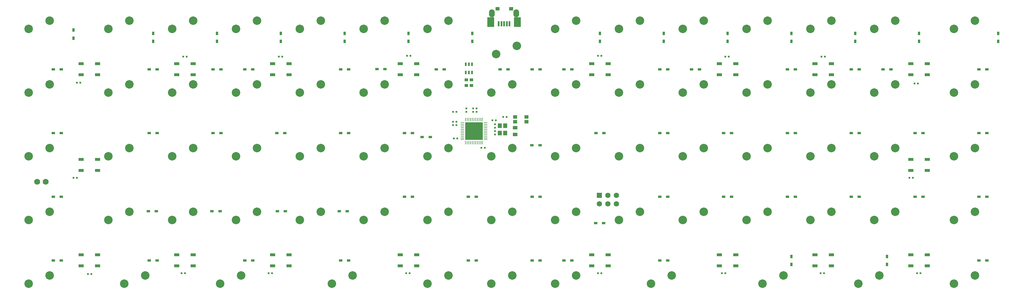
<source format=gbr>
%TF.GenerationSoftware,Altium Limited,Altium Designer,20.2.6 (244)*%
G04 Layer_Color=255*
%FSLAX45Y45*%
%MOMM*%
%TF.SameCoordinates,2270FEAA-A680-44EA-805D-832D39C03FB4*%
%TF.FilePolarity,Positive*%
%TF.FileFunction,Pads,Bot*%
%TF.Part,Single*%
G01*
G75*
%TA.AperFunction,ComponentPad*%
%ADD16R,1.60000X1.60000*%
%ADD17C,1.60000*%
%ADD18O,1.70000X2.40000*%
%ADD19C,2.54000*%
%ADD20C,1.77800*%
%TA.AperFunction,SMDPad,CuDef*%
%ADD23R,1.50000X0.90000*%
%ADD24R,0.60000X1.10000*%
%ADD25R,0.80000X1.00000*%
%ADD26R,1.00000X0.80000*%
%ADD27R,0.60000X0.60000*%
%ADD28R,0.60000X0.60000*%
%ADD29R,1.00000X0.90000*%
%ADD30R,0.50000X1.60000*%
%ADD31R,2.10000X2.90000*%
%ADD32R,1.30000X1.00000*%
%ADD33R,1.15000X1.40000*%
%ADD34R,1.40000X1.00000*%
%ADD35R,1.15000X1.05000*%
%ADD36R,5.30000X5.30000*%
%ADD37R,1.05000X0.25000*%
%ADD38R,0.25000X1.05000*%
D16*
X2846000Y-4723000D02*
D03*
D17*
Y-4977000D02*
D03*
X3100000Y-4723000D02*
D03*
Y-4977000D02*
D03*
X3354000Y-4723000D02*
D03*
Y-4977000D02*
D03*
D18*
X-365000Y720000D02*
D03*
X365000D02*
D03*
D19*
X-241889Y-502083D02*
D03*
X381000Y-254000D02*
D03*
X11049000Y254000D02*
D03*
X11671889Y502083D02*
D03*
Y-1402917D02*
D03*
X11049000Y-1651000D02*
D03*
X-14192250Y-3556000D02*
D03*
X-13569360Y-3307917D02*
D03*
X11049000Y-3556000D02*
D03*
X11671889Y-3307917D02*
D03*
X13430251Y-3556000D02*
D03*
X14053139Y-3307917D02*
D03*
X1524000Y-7366000D02*
D03*
X2146889Y-7117917D02*
D03*
X5004389D02*
D03*
X4381500Y-7366000D02*
D03*
X14053139Y-7117917D02*
D03*
X13430251Y-7366000D02*
D03*
X14053139Y-1402917D02*
D03*
X13430251Y-1651000D02*
D03*
X-5143500Y-7366000D02*
D03*
X-4520611Y-7117917D02*
D03*
X-11811000Y254000D02*
D03*
X-11188111Y502083D02*
D03*
X-9283111D02*
D03*
X-9906000Y254000D02*
D03*
X-8001000D02*
D03*
X-7378111Y502083D02*
D03*
X-5473111D02*
D03*
X-6096000Y254000D02*
D03*
X-4191000D02*
D03*
X-3568111Y502083D02*
D03*
X-1663111D02*
D03*
X-2286000Y254000D02*
D03*
X1524000D02*
D03*
X2146889Y502083D02*
D03*
X4051889D02*
D03*
X3429000Y254000D02*
D03*
X5334000D02*
D03*
X5956889Y502083D02*
D03*
X7861889D02*
D03*
X7239000Y254000D02*
D03*
X9144000D02*
D03*
X9766889Y502083D02*
D03*
X10572750Y-7366000D02*
D03*
X11195639Y-7117917D02*
D03*
X7715250Y-7366000D02*
D03*
X8338139Y-7117917D02*
D03*
X241889D02*
D03*
X-381000Y-7366000D02*
D03*
X-1663111Y-7117917D02*
D03*
X-2286000Y-7366000D02*
D03*
X-8477250D02*
D03*
X-7854361Y-7117917D02*
D03*
X-11334750Y-7366000D02*
D03*
X-10711861Y-7117917D02*
D03*
X-14192250Y-7366000D02*
D03*
X-13569360Y-7117917D02*
D03*
X-14192250Y-5461000D02*
D03*
X-13569360Y-5212917D02*
D03*
X-11188111D02*
D03*
X-11811000Y-5461000D02*
D03*
X-9283111Y-5212917D02*
D03*
X-9906000Y-5461000D02*
D03*
X-7378111Y-5212917D02*
D03*
X-8001000Y-5461000D02*
D03*
X-5473111Y-5212917D02*
D03*
X-6096000Y-5461000D02*
D03*
X-3568111Y-5212917D02*
D03*
X-4191000Y-5461000D02*
D03*
X-1663111Y-5212917D02*
D03*
X-2286000Y-5461000D02*
D03*
X241889Y-5212917D02*
D03*
X-381000Y-5461000D02*
D03*
X2146889Y-5212917D02*
D03*
X1524000Y-5461000D02*
D03*
X4051889Y-5212917D02*
D03*
X3429000Y-5461000D02*
D03*
X5956889Y-5212917D02*
D03*
X5334000Y-5461000D02*
D03*
X7861889Y-5212917D02*
D03*
X7239000Y-5461000D02*
D03*
X9766889Y-5212917D02*
D03*
X9144000Y-5461000D02*
D03*
X11671889Y-5212917D02*
D03*
X11049000Y-5461000D02*
D03*
X13430251D02*
D03*
X14053139Y-5212917D02*
D03*
X9766889Y-3307917D02*
D03*
X9144000Y-3556000D02*
D03*
X7861889Y-3307917D02*
D03*
X7239000Y-3556000D02*
D03*
X5956889Y-3307917D02*
D03*
X5334000Y-3556000D02*
D03*
X4051889Y-3307917D02*
D03*
X3429000Y-3556000D02*
D03*
X2146889Y-3307917D02*
D03*
X1524000Y-3556000D02*
D03*
X241889Y-3307917D02*
D03*
X-381000Y-3556000D02*
D03*
X-1663111Y-3307917D02*
D03*
X-2286000Y-3556000D02*
D03*
X-3568111Y-3307917D02*
D03*
X-4191000Y-3556000D02*
D03*
X-5473111Y-3307917D02*
D03*
X-6096000Y-3556000D02*
D03*
X-7378111Y-3307917D02*
D03*
X-8001000Y-3556000D02*
D03*
X-9283111Y-3307917D02*
D03*
X-9906000Y-3556000D02*
D03*
X-11188111Y-3307917D02*
D03*
X-11811000Y-3556000D02*
D03*
X-14192250Y-1651000D02*
D03*
X-13569360Y-1402917D02*
D03*
X-11811000Y-1651000D02*
D03*
X-11188111Y-1402917D02*
D03*
X-9906000Y-1651000D02*
D03*
X-9283111Y-1402917D02*
D03*
X-8001000Y-1651000D02*
D03*
X-7378111Y-1402917D02*
D03*
X-6096000Y-1651000D02*
D03*
X-5473111Y-1402917D02*
D03*
X-4191000Y-1651000D02*
D03*
X-3568111Y-1402917D02*
D03*
X-2286000Y-1651000D02*
D03*
X-1663111Y-1402917D02*
D03*
X-381000Y-1651000D02*
D03*
X241889Y-1402917D02*
D03*
X1524000Y-1651000D02*
D03*
X2146889Y-1402917D02*
D03*
X3429000Y-1651000D02*
D03*
X4051889Y-1402917D02*
D03*
X5334000Y-1651000D02*
D03*
X5956889Y-1402917D02*
D03*
X7239000Y-1651000D02*
D03*
X7861889Y-1402917D02*
D03*
X9144000Y-1651000D02*
D03*
X9766889Y-1402917D02*
D03*
X13430251Y254000D02*
D03*
X14053139Y502083D02*
D03*
X-14192250Y254000D02*
D03*
X-13569360Y502083D02*
D03*
D20*
X-13684250Y-4318000D02*
D03*
X-13938251D02*
D03*
D23*
X12137500Y-3975000D02*
D03*
X12137500Y-3645000D02*
D03*
X12627500D02*
D03*
X12627500Y-3975000D02*
D03*
Y-1117500D02*
D03*
X12627500Y-787500D02*
D03*
X12137500D02*
D03*
X12137500Y-1117500D02*
D03*
X9280000D02*
D03*
X9280000Y-787500D02*
D03*
X9770000D02*
D03*
X9770000Y-1117500D02*
D03*
X6912500D02*
D03*
X6912500Y-787500D02*
D03*
X6422500D02*
D03*
X6422500Y-1117500D02*
D03*
X2612500D02*
D03*
X2612500Y-787500D02*
D03*
X3102500D02*
D03*
X3102500Y-1117500D02*
D03*
X-2612500D02*
D03*
X-2612500Y-787500D02*
D03*
X-3102500D02*
D03*
X-3102500Y-1117500D02*
D03*
X-6912500D02*
D03*
X-6912500Y-787500D02*
D03*
X-6422500D02*
D03*
X-6422500Y-1117500D02*
D03*
X-9280000D02*
D03*
X-9280000Y-787500D02*
D03*
X-9770000D02*
D03*
X-9770000Y-1117500D02*
D03*
X-12627500D02*
D03*
X-12627500Y-787500D02*
D03*
X-12137500D02*
D03*
X-12137500Y-1117500D02*
D03*
Y-3975000D02*
D03*
X-12137500Y-3645000D02*
D03*
X-12627500D02*
D03*
X-12627500Y-3975000D02*
D03*
Y-6832500D02*
D03*
X-12627500Y-6502500D02*
D03*
X-12137500D02*
D03*
X-12137500Y-6832500D02*
D03*
X-9280000D02*
D03*
X-9280000Y-6502500D02*
D03*
X-9770000D02*
D03*
X-9770000Y-6832500D02*
D03*
X-6912500D02*
D03*
X-6912500Y-6502500D02*
D03*
X-6422500D02*
D03*
X-6422500Y-6832500D02*
D03*
X-2612500D02*
D03*
X-2612500Y-6502500D02*
D03*
X-3102500D02*
D03*
X-3102500Y-6832500D02*
D03*
X2612500D02*
D03*
X2612500Y-6502500D02*
D03*
X3102500D02*
D03*
X3102500Y-6832500D02*
D03*
X6912500D02*
D03*
X6912500Y-6502500D02*
D03*
X6422500D02*
D03*
X6422500Y-6832500D02*
D03*
X9280000D02*
D03*
X9280000Y-6502500D02*
D03*
X9770000D02*
D03*
X9770000Y-6832500D02*
D03*
X12627500D02*
D03*
X12627500Y-6502500D02*
D03*
X12137500D02*
D03*
X12137500Y-6832500D02*
D03*
D24*
X-1145000Y-800000D02*
D03*
X-1050000D02*
D03*
X-955000D02*
D03*
Y-1050000D02*
D03*
X-1050000D02*
D03*
X-1145000D02*
D03*
D25*
X-952500Y-120000D02*
D03*
Y120000D02*
D03*
X-6667500D02*
D03*
Y-120000D02*
D03*
X2857500Y120000D02*
D03*
Y-120000D02*
D03*
X11430000Y-6787500D02*
D03*
Y-6547500D02*
D03*
X-2857500Y120000D02*
D03*
Y-120000D02*
D03*
X-4762500Y120000D02*
D03*
Y-120000D02*
D03*
X-8572500Y120000D02*
D03*
Y-120000D02*
D03*
X-10477500Y120000D02*
D03*
Y-120000D02*
D03*
X-12850000Y220000D02*
D03*
Y-20000D02*
D03*
X10477500Y120000D02*
D03*
Y-120000D02*
D03*
X8572500Y120000D02*
D03*
Y-120000D02*
D03*
X6667500Y120000D02*
D03*
Y-120000D02*
D03*
X4762500Y120000D02*
D03*
Y-120000D02*
D03*
X14750000Y120000D02*
D03*
Y-120000D02*
D03*
X12382500Y120000D02*
D03*
Y-120000D02*
D03*
X8572500Y-6787500D02*
D03*
Y-6547500D02*
D03*
D26*
X2970000Y-5550000D02*
D03*
X2730000D02*
D03*
X-4680000Y-5200000D02*
D03*
X-4920000D02*
D03*
X-6530000D02*
D03*
X-6770000D02*
D03*
X-10380000D02*
D03*
X-10620000D02*
D03*
X-8480000D02*
D03*
X-8720000D02*
D03*
X-1072500Y-4762500D02*
D03*
X-832500D02*
D03*
X8452500D02*
D03*
X8692500D02*
D03*
X4642500D02*
D03*
X4882500D02*
D03*
X6547500D02*
D03*
X6787500D02*
D03*
X-3795000Y-950000D02*
D03*
X-3555000D02*
D03*
X830000Y-3225000D02*
D03*
X1070000D02*
D03*
X832500Y-952500D02*
D03*
X1072500D02*
D03*
X-120000D02*
D03*
X120000D02*
D03*
X14407500Y-6667500D02*
D03*
X14167500D02*
D03*
X-2445000Y-2975000D02*
D03*
X-2205000D02*
D03*
X-2737500Y-2857500D02*
D03*
X-2977500D02*
D03*
X-4882500D02*
D03*
X-4642500D02*
D03*
X-6787500D02*
D03*
X-6547500D02*
D03*
X-8692500Y-952500D02*
D03*
X-8452500D02*
D03*
X-10597500D02*
D03*
X-10357500D02*
D03*
X-13455000D02*
D03*
X-13214999D02*
D03*
X-2025000D02*
D03*
X-1785000D02*
D03*
X-4882500D02*
D03*
X-4642500D02*
D03*
X-7740000D02*
D03*
X-7500000D02*
D03*
X10357500D02*
D03*
X10597500D02*
D03*
X8692500D02*
D03*
X8452500D02*
D03*
X5595000D02*
D03*
X5835000D02*
D03*
X4642500D02*
D03*
X4882500D02*
D03*
X1785000D02*
D03*
X2025000D02*
D03*
X-8692500Y-2857500D02*
D03*
X-8452500D02*
D03*
X-10597500D02*
D03*
X-10357500D02*
D03*
X-13455000D02*
D03*
X-13214999D02*
D03*
X14167500Y-952500D02*
D03*
X14407500D02*
D03*
X11310000D02*
D03*
X11550000D02*
D03*
X4642500Y-6667500D02*
D03*
X4882500D02*
D03*
X1785000D02*
D03*
X2025000D02*
D03*
X832500D02*
D03*
X1072500D02*
D03*
X-1072500D02*
D03*
X-832500D02*
D03*
X-4882500D02*
D03*
X-4642500D02*
D03*
X-7500000D02*
D03*
X-7740000D02*
D03*
X-10597500D02*
D03*
X-10357500D02*
D03*
X-13455000D02*
D03*
X-13214999D02*
D03*
X14167500Y-4762500D02*
D03*
X14407500D02*
D03*
X12262500D02*
D03*
X12502500D02*
D03*
X10357500D02*
D03*
X10597500D02*
D03*
X832500D02*
D03*
X1072500D02*
D03*
X-2977500D02*
D03*
X-2737500D02*
D03*
X-13455000D02*
D03*
X-13214999D02*
D03*
X14167500Y-2857500D02*
D03*
X14407500D02*
D03*
X12262500D02*
D03*
X12502500D02*
D03*
X10357500D02*
D03*
X10597500D02*
D03*
X8452500D02*
D03*
X8692500D02*
D03*
X6547500D02*
D03*
X6787500D02*
D03*
X4642500D02*
D03*
X4882500D02*
D03*
X2737500D02*
D03*
X2977500D02*
D03*
D27*
X-1525000Y-2225000D02*
D03*
X-1425000D02*
D03*
X-6625000Y-575000D02*
D03*
X-6725000D02*
D03*
X-2800000Y-550000D02*
D03*
X-2900000D02*
D03*
X6700000Y-575000D02*
D03*
X6600000D02*
D03*
X9575000D02*
D03*
X9475000D02*
D03*
X-350000Y-2475000D02*
D03*
X-250000D02*
D03*
X-1425000Y-2525000D02*
D03*
X-1525000D02*
D03*
X-1425000Y-2625000D02*
D03*
X-1525000D02*
D03*
X-675000Y-3300000D02*
D03*
X-575000D02*
D03*
X-1400000Y-3025000D02*
D03*
X-1500000D02*
D03*
X75000Y-2375000D02*
D03*
X-25000D02*
D03*
X-9525000Y-7050000D02*
D03*
X-9625000D02*
D03*
X2800000Y-550000D02*
D03*
X2900000D02*
D03*
X12250000Y-1375000D02*
D03*
X12350000D02*
D03*
X12100000Y-4200000D02*
D03*
X12200000D02*
D03*
X12325000Y-7050000D02*
D03*
X12425000D02*
D03*
X9450000D02*
D03*
X9550000D02*
D03*
X2800000D02*
D03*
X2900000D02*
D03*
X-2925000D02*
D03*
X-2825000D02*
D03*
X6500000D02*
D03*
X6600000D02*
D03*
X-7025000D02*
D03*
X-6925000D02*
D03*
X-12425000Y-7075000D02*
D03*
X-12325000D02*
D03*
X-9575000Y-575000D02*
D03*
X-9475000D02*
D03*
X-12750000Y-1350000D02*
D03*
X-12650000D02*
D03*
X-12850000Y-4200000D02*
D03*
X-12750000D02*
D03*
D28*
X-925000Y-2225000D02*
D03*
Y-2125000D02*
D03*
X-825000Y-2225000D02*
D03*
Y-2125000D02*
D03*
X-1125000Y-2225000D02*
D03*
Y-2125000D02*
D03*
X-275000Y-2600000D02*
D03*
Y-2700000D02*
D03*
Y-2800000D02*
D03*
Y-2900000D02*
D03*
D29*
X-975000Y-1435000D02*
D03*
Y-1265000D02*
D03*
X-1125000Y-1435000D02*
D03*
Y-1265000D02*
D03*
D30*
X160000Y410000D02*
D03*
X80000D02*
D03*
X-80000D02*
D03*
X-160000D02*
D03*
X0D02*
D03*
D31*
X400000Y460000D02*
D03*
X-400000D02*
D03*
D32*
X210000Y860000D02*
D03*
X-200000D02*
D03*
D33*
X30000Y-2640000D02*
D03*
Y-2860000D02*
D03*
X-130000D02*
D03*
Y-2640000D02*
D03*
D34*
X325000Y-2900000D02*
D03*
Y-2700000D02*
D03*
D35*
X332500Y-2522500D02*
D03*
Y-2377500D02*
D03*
X667500Y-2522500D02*
D03*
Y-2377500D02*
D03*
D36*
X-900000Y-2800000D02*
D03*
D37*
X-1247500Y-2550000D02*
D03*
Y-2600000D02*
D03*
Y-2650000D02*
D03*
Y-2700000D02*
D03*
Y-2750000D02*
D03*
Y-2800000D02*
D03*
Y-2850000D02*
D03*
Y-2900000D02*
D03*
Y-2950000D02*
D03*
Y-3000000D02*
D03*
Y-3050000D02*
D03*
X-552500D02*
D03*
Y-3000000D02*
D03*
Y-2950000D02*
D03*
Y-2900000D02*
D03*
Y-2850000D02*
D03*
Y-2800000D02*
D03*
Y-2750000D02*
D03*
Y-2700000D02*
D03*
Y-2650000D02*
D03*
Y-2600000D02*
D03*
Y-2550000D02*
D03*
D38*
X-1150000Y-3147500D02*
D03*
X-1100000D02*
D03*
X-1050000D02*
D03*
X-1000000D02*
D03*
X-950000D02*
D03*
X-900000D02*
D03*
X-850000D02*
D03*
X-800000D02*
D03*
X-750000D02*
D03*
X-700000D02*
D03*
X-650000D02*
D03*
Y-2452500D02*
D03*
X-700000D02*
D03*
X-750000D02*
D03*
X-800000D02*
D03*
X-850000D02*
D03*
X-900000D02*
D03*
X-950000D02*
D03*
X-1000000D02*
D03*
X-1050000D02*
D03*
X-1100000D02*
D03*
X-1150000D02*
D03*
%TF.MD5,c10833d0525ea8cc3740c4fb98f206ff*%
M02*

</source>
